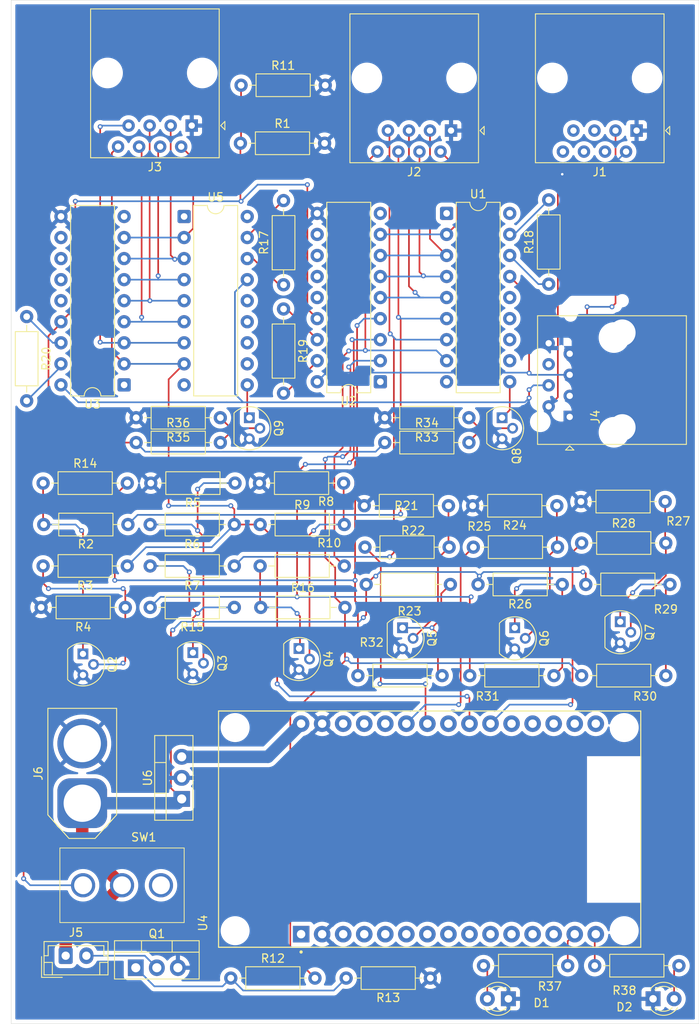
<source format=kicad_pcb>
(kicad_pcb (version 20241229) (generator "pcbnew") (generator_version "9.0")
  (layers (0 "F.Cu" signal) (2 "B.Cu" signal) (13 "F.Paste" user) (15 "B.Paste" user) (5 "F.SilkS" user "F.Silkscreen") (7 "B.SilkS" user "B.Silkscreen") (1 "F.Mask" user) (3 "B.Mask" user) (25 "Edge.Cuts" user))
  (net 0 "")
  (net 1 "GND")
  (net 3 "RX")
  (net 11 "TX")
  (net 12 "MPV_2")
  (net 14 "Net-(U1-A1)")
  (net 17 "IGN")
  (net 21 "Net-(U3-A3)")
  (net 23 "Net-(U3-A2)")
  (net 24 "Net-(U3-A4)")
  (net 25 "Net-(U1-A0)")
  (net 26 "MPV_1")
  (net 27 "Net-(U3-A6)")
  (net 28 "Net-(U1-A3)")
  (net 29 "Net-(U3-A1)")
  (net 30 "Net-(U1-A2)")
  (net 32 "Net-(U3-A5)")
  (net 34 "DOUT_2")
  (net 35 "DOUT")
  (net 36 "AUTO")
  (net 40 "+12V")
  (net 41 "Net-(J5-NEG)")
  (net 42 "Net-(Q1-G)")
  (net 43 "Net-(Q2-C)")
  (net 44 "Net-(Q2-B)")
  (net 45 "Net-(Q3-C)")
  (net 46 "Net-(Q3-B)")
  (net 47 "Net-(Q4-C)")
  (net 48 "Net-(Q4-B)")
  (net 49 "Net-(Q5-B)")
  (net 50 "MPV_1O")
  (net 51 "MPV_2O")
  (net 52 "Net-(Q6-B)")
  (net 53 "Net-(Q7-B)")
  (net 54 "IGN_O")
  (net 55 "DEC")
  (net 56 "Net-(U5-OSC2)")
  (net 57 "Net-(U5-OSC1)")
  (net 58 "Net-(U1-OSC1)")
  (net 59 "Net-(U1-OSC2)")
  (net 60 "Net-(U2-OSC1)")
  (net 61 "Net-(U2-OSC2)")
  (net 62 "Net-(U3-OSC1)")
  (net 63 "Net-(U3-OSC2)")
  (net 64 "N_O1")
  (net 65 "N_O2")
  (net 66 "N_O3")
  (net 91 "+5V")
  (net 103 "Net-(Q5-C)")
  (net 104 "Net-(Q6-C)")
  (net 105 "Net-(Q7-C)")
  (net 106 "Net-(Q8-C)")
  (net 107 "Net-(Q8-B)")
  (net 108 "Net-(Q9-B)")
  (net 109 "Net-(Q9-C)")
  (net 110 "Net-(D1-A)")
  (net 111 "Net-(U4-D22)")
  (net 112 "Net-(D2-A)")
  (net 113 "Net-(U4-D23)")
  (footprint "Package_TO_SOT_THT:TO-92" (layer "F.Cu") (at 76.23 143.23 -90)
    (property "Reference" "Q4")
    (property "Value" "NPN")
  )
  (footprint "Resistor_THT:R_Axial_DIN0207_L6.3mm_D2.5mm_P10.16mm_Horizontal" (layer "F.Cu") (at 43.3675 103.18 -90)
    (property "Reference" "R20")
    (property "Value" "R_US")
  )
  (footprint "Resistor_THT:R_Axial_DIN0207_L6.3mm_D2.5mm_P10.16mm_Horizontal" (layer "F.Cu") (at 106.3675 99.26 90)
    (property "Reference" "R18")
    (property "Value" "R_US")
  )
  (footprint "Package_DIP:CERDIP-18_W7.62mm_SideBrazed" (layer "F.Cu") (at 86.045 111.04 180)
    (property "Reference" "U2")
    (property "Value" "HT12E")
  )
  (footprint "Resistor_THT:R_Axial_DIN0207_L6.3mm_D2.5mm_P10.16mm_Horizontal" (layer "F.Cu") (at 107.35 126 180)
    (property "Reference" "R24")
    (property "Value" "10k")
  )
  (footprint "Resistor_THT:R_Axial_DIN0207_L6.3mm_D2.5mm_P10.16mm_Horizontal" (layer "F.Cu") (at 83.34 146.5)
    (property "Reference" "R32")
    (property "Value" "50")
  )
  (footprint "Resistor_THT:R_Axial_DIN0207_L6.3mm_D2.5mm_P10.16mm_Horizontal" (layer "F.Cu") (at 108 135.5 180)
    (property "Reference" "R26")
    (property "Value" "50")
  )
  (footprint "Connector_RJ:RJ45_Amphenol_54602-x08_Horizontal" (layer "F.Cu") (at 94.58 80.73 180)
    (property "Reference" "J2")
    (property "Value" "RJ45")
  )
  (footprint "Resistor_THT:R_Axial_DIN0207_L6.3mm_D2.5mm_P10.16mm_Horizontal" (layer "F.Cu") (at 94.27 126 180)
    (property "Reference" "R21")
    (property "Value" "10k")
  )
  (footprint "Resistor_THT:R_Axial_DIN0207_L6.3mm_D2.5mm_P10.16mm_Horizontal" (layer "F.Cu") (at 68.43 133.27 180)
    (property "Reference" "R7")
    (property "Value" "50")
  )
  (footprint "Resistor_THT:R_Axial_DIN0207_L6.3mm_D2.5mm_P10.16mm_Horizontal" (layer "F.Cu") (at 84.19 131)
    (property "Reference" "R22")
    (property "Value" "330")
  )
  (footprint "Resistor_THT:R_Axial_DIN0207_L6.3mm_D2.5mm_P10.16mm_Horizontal" (layer "F.Cu") (at 45.35 123.27)
    (property "Reference" "R14")
    (property "Value" "50")
  )
  (footprint "Connector_RJ:RJ45_Amphenol_54602-x08_Horizontal" (layer "F.Cu") (at 116.97 80.73 180)
    (property "Reference" "J1")
    (property "Value" "RJ45")
  )
  (footprint "Resistor_THT:R_Axial_DIN0207_L6.3mm_D2.5mm_P10.16mm_Horizontal" (layer "F.Cu") (at 122.08 181.5 180)
    (property "Reference" "R38")
    (property "Value" "330")
  )
  (footprint "Connector_AMASS:AMASS_XT60-M_1x02_P7.20mm_Vertical" (layer "F.Cu") (at 50.075 161.9 90)
    (property "Reference" "J6")
    (property "Value" "XT60-M")
  )
  (footprint "Package_TO_SOT_THT:TO-92" (layer "F.Cu") (at 70.24 115.38 -90)
    (property "Reference" "Q9")
    (property "Value" "NPN")
  )
  (footprint "Resistor_THT:R_Axial_DIN0207_L6.3mm_D2.5mm_P10.16mm_Horizontal" (layer "F.Cu") (at 55.27 138.27 180)
    (property "Reference" "R4")
    (property "Value" "10k")
  )
  (footprint "Resistor_THT:R_Axial_DIN0207_L6.3mm_D2.5mm_P10.16mm_Horizontal" (layer "F.Cu") (at 74.3675 99.34 90)
    (property "Reference" "R17")
    (property "Value" "R_US")
  )
  (footprint "Resistor_THT:R_Axial_DIN0207_L6.3mm_D2.5mm_P10.16mm_Horizontal" (layer "F.Cu") (at 71.54 128.27)
    (property "Reference" "R9")
    (property "Value" "330")
  )
  (footprint "Resistor_THT:R_Axial_DIN0207_L6.3mm_D2.5mm_P10.16mm_Horizontal" (layer "F.Cu") (at 69.16 82.26)
    (property "Reference" "R1")
    (property "Value" "10k")
  )
  (footprint "Resistor_THT:R_Axial_DIN0207_L6.3mm_D2.5mm_P10.16mm_Horizontal" (layer "F.Cu") (at 110.34 130.5)
    (property "Reference" "R28")
    (property "Value" "330")
  )
  (footprint "Launchbox:SPDT_Slide_Switch" (layer "F.Cu") (at 54.876 171.8)
    (property "Reference" "SW1")
    (property "Value" "SW_SPDT")
  )
  (footprint "Resistor_THT:R_Axial_DIN0207_L6.3mm_D2.5mm_P10.16mm_Horizontal" (layer "F.Cu") (at 74.3675 102.26 -90)
    (property "Reference" "R19")
    (property "Value" "R_US")
  )
  (footprint "Resistor_THT:R_Axial_DIN0207_L6.3mm_D2.5mm_P10.16mm_Horizontal" (layer "F.Cu") (at 71.62 138.27)
    (property "Reference" "R16")
    (property "Value" "50")
  )
  (footprint "Resistor_THT:R_Axial_DIN0207_L6.3mm_D2.5mm_P10.16mm_Horizontal" (layer "F.Cu") (at 68.43 128.27 180)
    (property "Reference" "R6")
    (property "Value" "330")
  )
  (footprint "Resistor_THT:R_Axial_DIN0207_L6.3mm_D2.5mm_P10.16mm_Horizontal" (layer "F.Cu") (at 68.43 138.27 180)
    (property "Reference" "R15")
    (property "Value" "50")
  )
  (footprint "Package_TO_SOT_THT:TO-220-3_Vertical" (layer "F.Cu") (at 62.075 161.38 90)
    (property "Reference" "U6")
    (property "Value" "L7805")
  )
  (footprint "Package_TO_SOT_THT:TO-92" (layer "F.Cu") (at 115 140 -90)
    (property "Reference" "Q7")
    (property "Value" "NPN")
  )
  (footprint "Resistor_THT:R_Axial_DIN0207_L6.3mm_D2.5mm_P10.16mm_Horizontal" (layer "F.Cu") (at 66.74 115.38 180)
    (property "Reference" "R35")
    (property "Value" "10k")
  )
  (footprint "Resistor_THT:R_Axial_DIN0207_L6.3mm_D2.5mm_P10.16mm_Horizontal" (layer "F.Cu") (at 120.42 125.5 180)
    (property "Reference" "R27")
    (property "Value" "10k")
  )
  (footprint "Package_TO_SOT_THT:TO-220-3_Vertical" (layer "F.Cu") (at 56.535 181.75)
    (property "Reference" "Q1")
    (property "Value" "IRF540N")
  )
  (footprint "Resistor_THT:R_Axial_DIN0207_L6.3mm_D2.5mm_P10.16mm_Horizontal" (layer "F.Cu") (at 55.51 133.27 180)
    (property "Reference" "R3")
    (property "Value" "330")
  )
  (footprint "Resistor_THT:R_Axial_DIN0207_L6.3mm_D2.5mm_P10.16mm_Horizontal" (layer "F.Cu") (at 69.24 75.26)
    (property "Reference" "R11")
    (property "Value" "10k")
  )
  (footprint "Resistor_THT:R_Axial_DIN0207_L6.3mm_D2.5mm_P10.16mm_Horizontal" (layer "F.Cu") (at 97.27 131)
    (property "Reference" "R25")
    (property "Value" "330")
  )
  (footprint "Package_DIP:CERDIP-18_W7.62mm_SideBrazed" (layer "F.Cu") (at 55.1275 111.42 180)
    (property "Reference" "U3")
    (property "Value" "HT12E")
  )
  (footprint "Connector_RJ:RJ45_Amphenol_54602-x08_Horizontal" (layer "F.Cu") (at 108.9 115.2825 90)
    (property "Reference" "J4")
    (property "Value" "RJ45")
  )
  (footprint "Resistor_THT:R_Axial_DIN0207_L6.3mm_D2.5mm_P10.16mm_Horizontal" (layer "F.Cu") (at 56.58 118.38)
    (property "Reference" "R36")
    (property "Value" "330")
  )
  (footprint "Resistor_THT:R_Axial_DIN0207_L6.3mm_D2.5mm_P10.16mm_Horizontal" (layer "F.Cu") (at 98.5 181.5)
    (property "Reference" "R37")
    (property "Value" "330")
  )
  (footprint "Launchbox:MODULE_ESP32_DEVKIT_V1" (layer "F.Cu") (at 92 165 90)
    (property "Reference" "U4")
    (property "Value" "ESP32-DEVKIT-V1")
  )
  (footprint "Resistor_THT:R_Axial_DIN0207_L6.3mm_D2.5mm_P10.16mm_Horizontal" (layer "F.Cu") (at 68 183)
    (property "Reference" "R12")
    (property "Value" "330")
  )
  (footprint "Package_TO_SOT_THT:TO-92" (layer "F.Cu") (at 102.27 140.73 -90)
    (property "Reference" "Q6")
    (property "Value" "NPN")
  )
  (footprint "Resistor_THT:R_Axial_DIN0207_L6.3mm_D2.5mm_P10.16mm_Horizontal" (layer "F.Cu") (at 121 135.5 180)
    (property "Reference" "R29")
    (property "Value" "50")
  )
  (footprint "Resistor_THT:R_Axial_DIN0207_L6.3mm_D2.5mm_P10.16mm_Horizontal" (layer "F.Cu") (at 96.84 146.5)
    (property "Reference" "R31")
    (property "Value" "50")
  )
  (footprint "Resistor_THT:R_Axial_DIN0207_L6.3mm_D2.5mm_P10.16mm_Horizontal" (layer "F.Cu") (at 81.7 133.27 180)
    (property "Reference" "R10")
    (property "Value" "50")
  )
  (footprint "LED_THT:LED_D3.0mm" (layer "F.Cu") (at 101.5 185.5 180)
    (property "Reference" "D1")
    (property "Value" "LED")
  )
  (footprint "Resistor_THT:R_Axial_DIN0207_L6.3mm_D2.5mm_P10.16mm_Horizontal" (layer "F.Cu") (at 55.59 128.27 180)
    (property "Reference" "R2")
    (property "Value" "50")
  )
  (footprint "Resistor_THT:R_Axial_DIN0207_L6.3mm_D2.5mm_P10.16mm_Horizontal" (layer "F.Cu") (at 92.08 183 180)
    (property "Reference" "R13")
    (property "Value" "10k")
  )
  (footprint "Resistor_THT:R_Axial_DIN0207_L6.3mm_D2.5mm_P10.16mm_Horizontal" (layer "F.Cu") (at 96.74 115.38 180)
    (property "Reference" "R33")
    (property "Value" "10k")
  )
  (footprint "Package_DIP:CERDIP-18_W7.62mm_SideBrazed" (layer "F.Cu") (at 62.3675 91.1)
    (property "Reference" "U5")
    (property "Value" "HT12D")
  )
  (footprint "Connector_RJ:RJ45_Amphenol_54602-x08_Horizontal" (layer "F.Cu") (at 63.2875 80.13 180)
    (property "Reference" "J3")
    (property "Value" "RJ45")
  )
  (footprint "Resistor_THT:R_Axial_DIN0207_L6.3mm_D2.5mm_P10.16mm_Horizontal" (layer "F.Cu") (at 81.62 123.27 180)
    (property "Reference" "R8")
    (property "Value" "10k")
  )
  (footprint "Resistor_THT:R_Axial_DIN0207_L6.3mm_D2.5mm_P10.16mm_Horizontal" (layer "F.Cu") (at 86.58 118.38)
    (property "Reference" "R34")
    (property "Value" "330")
  )
  (footprint "Package_TO_SOT_THT:TO-92" (layer "F.Cu") (at 100.74 115.38 -90)
    (property "Reference" "Q8")
    (property "Value" "NPN")
  )
  (footprint "Resistor_THT:R_Axial_DIN0207_L6.3mm_D2.5mm_P10.16mm_Horizontal" (layer "F.Cu") (at 110.34 146.5)
    (property "Reference" "R30")
    (property "Value" "50")
  )
  (footprint "Package_TO_SOT_THT:TO-92" (layer "F.Cu") (at 50.16 143.88 -90)
    (property "Reference" "Q2")
    (property "Value" "NPN")
  )
  (footprint "Resistor_THT:R_Axial_DIN0207_L6.3mm_D2.5mm_P10.16mm_Horizontal" (layer "F.Cu") (at 94.5 135.5 180)
    (property "Reference" "R23")
    (property "Value" "R_US")
  )
  (footprint "Package_DIP:CERDIP-18_W7.62mm_SideBrazed" (layer "F.Cu") (at 94.045 90.72)
    (property "Reference" "U1")
    (property "Value" "HT12D")
  )
  (footprint "Connector_JST:JST_EH_B2B-EH-A_1x02_P2.50mm_Vertical" (layer "F.Cu") (at 48.075 180.3)
    (property "Reference" "J5")
    (property "Value" "XT60-M")
  )
  (footprint "Package_TO_SOT_THT:TO-92" (layer "F.Cu") (at 88.73 140.73 -90)
    (property "Reference" "Q5")
    (property "Value" "NPN" (hide yes))
  )
  (footprint "LED_THT:LED_D3.0mm" (layer "F.Cu") (at 118.96 185.5)
    (property "Reference" "D2")
    (property "Value" "LED")
  )
  (footprint "Resistor_THT:R_Axial_DIN0207_L6.3mm_D2.5mm_P10.16mm_Horizontal" (layer "F.Cu") (at 68.51 123.27 180)
    (property "Reference" "R5")
    (property "Value" "10k")
  )
  (footprint "Package_TO_SOT_THT:TO-92" (layer "F.Cu") (at 63.43 143.73 -90)
    (property "Reference" "Q3")
    (property "Value" "NPN")
  )
  (gr_rect (start 41.5 65) (end 124.5 188.5) (stroke (width 0.05)) (fill no) (layer "Edge.Cuts"))
  (segment (start 106.36 114.0125) (end 107.4685 112.904) (width 0.2) (layer "F.Cu") (net 3))
  (segment (start 107.4685 86.5315) (end 108 86) (width 0.2) (layer "F.Cu") (net 3))
  (segment (start 107.4685 112.904) (end 107.4685 86.5315) (width 0.2) (layer "F.Cu") (net 3))
  (via (at 108 86) (size 0.6) (drill 0.3) (layers "F.Cu" "B.Cu") (net 3))
  (segment (start 108 86) (end 112.97 86) (width 0.2) (layer "B.Cu") (net 3))
  (segment (start 112.97 86) (end 115.7 83.27) (width 0.2) (layer "B.Cu") (net 3))
  (segment (start 114.43 80.73) (end 114.43 101.57) (width 0.2) (layer "F.Cu") (net 11))
  (segment (start 114.43 101.57) (end 114 102) (width 0.2) (layer "F.Cu") (net 11))
  (segment (start 111 102) (end 111 110.6425) (width 0.2) (layer "F.Cu") (net 11))
  (segment (start 111 110.6425) (end 108.9 112.7425) (width 0.2) (layer "F.Cu") (net 11))
  (via (at 114 102) (size 0.6) (drill 0.3) (layers "F.Cu" "B.Cu") (net 11))
  (via (at 111 102) (size 0.6) (drill 0.3) (layers "F.Cu" "B.Cu") (net 11))
  (segment (start 114 102) (end 111 102) (width 0.2) (layer "B.Cu") (net 11))
  (segment (start 87.681 105.701) (end 87.24 105.26) (width 0.2) (layer "F.Cu") (net 12))
  (segment (start 87.681 131.657) (end 87.681 105.701) (width 0.2) (layer "F.Cu") (net 12))
  (segment (start 87.146 80.916) (end 87.146 105.166) (width 0.2) (layer "F.Cu") (net 12))
  (segment (start 87.169 132.169) (end 87.681 131.657) (width 0.2) (layer "F.Cu") (net 12))
  (segment (start 86.96 80.73) (end 87.146 80.916) (width 0.2) (layer "F.Cu") (net 12))
  (segment (start 87.146 105.166) (end 87.24 105.26) (width 0.2) (layer "F.Cu") (net 12))
  (via (at 87.24 105.26) (size 0.6) (drill 0.3) (layers "F.Cu" "B.Cu") (net 12))
  (via (at 87.169 132.169) (size 0.6) (drill 0.3) (layers "F.Cu" "B.Cu") (net 12))
  (segment (start 69.531 132.169) (end 68.43 133.27) (width 0.2) (layer "B.Cu") (net 12))
  (segment (start 87.24 105.26) (end 87.94 105.96) (width 0.2) (layer "B.Cu") (net 12))
  (segment (start 87.94 105.96) (end 94.045 105.96) (width 0.2) (layer "B.Cu") (net 12))
  (segment (start 87.169 132.169) (end 69.531 132.169) (width 0.2) (layer "B.Cu") (net 12))
  (segment (start 92.04 93.795) (end 94.045 95.8) (width 0.2) (layer "F.Cu") (net 14))
  (segment (start 92.04 80.73) (end 92.04 93.795) (width 0.2) (layer "F.Cu") (net 14))
  (segment (start 86.045 95.8) (end 94.045 95.8) (width 0.2) (layer "B.Cu") (net 14))
  (segment (start 81.5 108.056205) (end 81.5 109.370943) (width 0.2) (layer "F.Cu") (net 17))
  (segment (start 84.24 84.72) (end 84.24 107.26) (width 0.2) (layer "F.Cu") (net 17))
  (segment (start 80.5 132.07) (end 81.7 133.27) (width 0.2) (layer "F.Cu") (net 17))
  (segment (start 80.5 120) (end 80.5 132.07) (width 0.2) (layer "F.Cu") (net 17))
  (segment (start 85.69 83.27) (end 84.24 84.72) (width 0.2) (layer "F.Cu") (net 17))
  (segment (start 82.239 107.317205) (end 81.5 108.056205) (width 0.2) (layer "F.Cu") (net 17))
  (segment (start 81.5 119) (end 80.5 120) (width 0.2) (layer "F.Cu") (net 17))
  (segment (start 81.5 109.370943) (end 81.5 119) (width 0.2) (layer "F.Cu") (net 17))
  (via (at 84.24 107.26) (size 0.6) (drill 0.3) (layers "F.Cu" "B.Cu") (net 17))
  (via (at 82.239 107.317205) (size 0.6) (drill 0.3) (layers "F.Cu" "B.Cu") (net 17))
  (segment (start 82.239 107.317205) (end 82.296205 107.26) (width 0.2) (layer "B.Cu") (net 17))
  (segment (start 84.24 107.26) (end 92.805 107.26) (width 0.2) (layer "B.Cu") (net 17))
  (segment (start 92.805 107.26) (end 94.045 108.5) (width 0.2) (layer "B.Cu") (net 17))
  (segment (start 82.296205 107.26) (end 84.24 107.26) (width 0.2) (layer "B.Cu") (net 17))
  (segment (start 58.2075 80.13) (end 58.2075 101.2275) (width 0.2) (layer "F.Cu") (net 21))
  (segment (start 58.2075 101.2275) (end 58.24 101.26) (width 0.2) (layer "F.Cu") (net 21))
  (via (at 58.24 101.26) (size 0.6) (drill 0.3) (layers "F.Cu" "B.Cu") (net 21))
  (segment (start 55.1275 101.26) (end 62.3675 101.26) (width 0.2) (layer "B.Cu") (net 21))
  (segment (start 57.24 82.9725) (end 57.24 103.26) (width 0.2) (layer "F.Cu") (net 23))
  (segment (start 56.9375 82.67) (end 57.24 82.9725) (width 0.2) (layer "F.Cu") (net 23))
  (via (at 57.24 103.26) (size 0.6) (drill 0.3) (layers "F.Cu" "B.Cu") (net 23))
  (segment (start 57.24 103.26) (end 57.24 103.8) (width 0.2) (layer "B.Cu") (net 23))
  (segment (start 55.1275 103.8) (end 57.24 103.8) (width 0.2) (layer "B.Cu") (net 23))
  (segment (start 57.24 103.8) (end 62.3675 103.8) (width 0.2) (layer "B.Cu") (net 23))
  (segment (start 59.4775 82.67) (end 59.24 82.9075) (width 0.2) (layer "F.Cu") (net 24))
  (segment (start 59.24 82.9075) (end 59.24 98.26) (width 0.2) (layer "F.Cu") (net 24))
  (via (at 59.24 98.26) (size 0.6) (drill 0.3) (layers "F.Cu" "B.Cu") (net 24))
  (segment (start 59.24 98.26) (end 59.24 98.72) (width 0.2) (layer "B.Cu") (net 24))
  (segment (start 55.1275 98.72) (end 59.24 98.72) (width 0.2) (layer "B.Cu") (net 24))
  (segment (start 59.24 98.72) (end 62.3675 98.72) (width 0.2) (layer "B.Cu") (net 24))
  (segment (start 95.24 92.065) (end 94.045 93.26) (width 0.2) (layer "F.Cu") (net 25))
  (segment (start 95.24 85.2) (end 95.24 92.065) (width 0.2) (layer "F.Cu") (net 25))
  (segment (start 93.31 83.27) (end 95.24 85.2) (width 0.2) (layer "F.Cu") (net 25))
  (segment (start 86.045 93.26) (end 94.045 93.26) (width 0.2) (layer "B.Cu") (net 25))
  (segment (start 88.5 127) (end 88.5 103.52) (width 0.2) (layer "F.Cu") (net 26))
  (segment (start 88.5 103.52) (end 88.24 103.26) (width 0.2) (layer "F.Cu") (net 26))
  (segment (start 88.23 83.27) (end 88.23 103.25) (width 0.2) (layer "F.Cu") (net 26))
  (segment (start 88.23 103.25) (end 88.24 103.26) (width 0.2) (layer "F.Cu") (net 26))
  (via (at 88.24 103.26) (size 0.6) (drill 0.3) (layers "F.Cu" "B.Cu") (net 26))
  (via (at 88.5 127) (size 0.6) (drill 0.3) (layers "F.Cu" "B.Cu") (net 26))
  (segment (start 88.24 103.26) (end 88.4 103.42) (width 0.2) (layer "B.Cu") (net 26))
  (segment (start 55.59 128.27) (end 56.759 127.101) (width 0.2) (layer "B.Cu") (net 26))
  (segment (start 88.4 103.42) (end 94.045 103.42) (width 0.2) (layer "B.Cu") (net 26))
  (segment (start 56.759 127.101) (end 88.399 127.101) (width 0.2) (layer "B.Cu") (net 26))
  (segment (start 88.399 127.101) (end 88.5 127) (width 0.2) (layer "B.Cu") (net 26))
  (segment (start 63.4685 84.121) (end 63.4685 92.539) (width 0.2) (layer "F.Cu") (net 27))
  (segment (start 63.4685 92.539) (end 62.3675 93.64) (width 0.2) (layer "F.Cu") (net 27))
  (segment (start 62.0175 82.67) (end 63.4685 84.121) (width 0.2) (layer "F.Cu") (net 27))
  (segment (start 55.1275 93.64) (end 62.3675 93.64) (width 0.2) (layer "B.Cu") (net 27))
  (segment (start 89.5 80.73) (end 89.5 99.52) (width 0.2) (layer "F.Cu") (net 28))
  (segment (start 89.5 99.52) (end 90.24 100.26) (width 0.2) (layer "F.Cu") (net 28))
  (via (at 90.24 100.26) (size 0.6) (drill 0.3) (layers "F.Cu" "B.Cu") (net 28))
  (segment (start 86.045 100.88) (end 91.24 100.88) (width 0.2) (layer "B.Cu") (net 28))
  (segment (start 91.24 100.88) (end 94.045 100.88) (width 0.2) (layer "B.Cu") (net 28))
  (segment (start 90.86 100.88) (end 91.24 100.88) (width 0.2) (layer "B.Cu") (net 28))
  (segment (start 90.24 100.26) (end 90.86 100.88) (width 0.2) (layer "B.Cu") (net 28))
  (segment (start 52.24 80.26) (end 52.24 106.26) (width 0.2) (layer "F.Cu") (net 29))
  (via (at 52.24 80.26) (size 0.6) (drill 0.3) (layers "F.Cu" "B.Cu") (net 29))
  (via (at 52.24 106.26) (size 0.6) (drill 0.3) (layers "F.Cu" "B.Cu") (net 29))
  (segment (start 52.24 106.26) (end 52.32 106.34) (width 0.2) (layer "B.Cu") (net 29))
  (segment (start 55.1275 106.34) (end 62.3675 106.34) (width 0.2) (layer "B.Cu") (net 29))
  (segment (start 52.37 80.13) (end 52.24 80.26) (width 0.2) (layer "B.Cu") (net 29))
  (segment (start 52.32 106.34) (end 55.1275 106.34) (width 0.2) (layer "B.Cu") (net 29))
  (segment (start 55.6675 80.13) (end 52.37 80.13) (width 0.2) (layer "B.Cu") (net 29))
  (segment (start 90.77 97.79) (end 91.24 98.26) (width 0.2) (layer "F.Cu") (net 30))
  (segment (start 90.77 83.27) (end 90.77 97.79) (width 0.2) (layer "F.Cu") (net 30))
  (via (at 91.24 98.26) (size 0.6) (drill 0.3) (layers "F.Cu" "B.Cu") (net 30))
  (segment (start 86.045 98.34) (end 94.045 98.34) (width 0.2) (layer "B.Cu") (net 30))
  (segment (start 60.7475 95.7675) (end 61.24 96.26) (width 0.2) (layer "F.Cu") (net 32))
  (segment (start 60.7475 80.13) (end 60.7475 95.7675) (width 0.2) (layer "F.Cu") (net 32))
  (via (at 61.24 96.26) (size 0.6) (drill 0.3) (layers "F.Cu" "B.Cu") (net 32))
  (segment (start 55.1275 96.18) (end 62.3675 96.18) (width 0.2) (layer "B.Cu") (net 32))
  (segment (start 104 110) (end 104 100.675) (width 0.2) (layer "F.Cu") (net 34))
  (segment (start 104 100.675) (end 101.665 98.34) (width 0.2) (layer "F.Cu") (net 34))
  (via (at 104 110) (size 0.6) (drill 0.3) (layers "F.Cu" "B.Cu") (net 34))
  (segment (start 103.939 109.939) (end 79.526 109.939) (width 0.2) (layer "B.Cu") (net 34))
  (segment (start 104 110) (end 103.939 109.939) (width 0.2) (layer "B.Cu") (net 34))
  (segment (start 79.526 109.939) (end 78.425 111.04) (width 0.2) (layer "B.Cu") (net 34))
  (segment (start 108.9 110.2025) (end 104.2025 110.2025) (width 0.2) (layer "B.Cu") (net 34))
  (segment (start 104.2025 110.2025) (end 104 110) (width 0.2) (layer "B.Cu") (net 34))
  (segment (start 104 113) (end 104 112) (width 0.2) (layer "F.Cu") (net 35))
  (via (at 104 113) (size 0.6) (drill 0.3) (layers "F.Cu" "B.Cu") (net 35))
  (via (at 104 112) (size 0.6) (drill 0.3) (layers "F.Cu" "B.Cu") (net 35))
  (segment (start 70.4375 99.17) (end 69.9875 98.72) (width 0.2) (layer "B.Cu") (net 35))
  (segment (start 69.5 113.521) (end 102.6165 113.521) (width 0.2) (layer "B.Cu") (net 35))
  (segment (start 49.6085 113.521) (end 67.5 113.521) (width 0.2) (layer "B.Cu") (net 35))
  (segment (start 47.5075 111.42) (end 49.6085 113.521) (width 0.2) (layer "B.Cu") (net 35))
  (segment (start 68.5 100.2075) (end 68.5 112.521) (width 0.2) (layer "B.Cu") (net 35))
  (segment (start 104.5275 111.4725) (end 106.36 111.4725) (width 0.2) (layer "B.Cu") (net 35))
  (segment (start 102.6165 113.521) (end 103.479 113.521) (width 0.2) (layer "B.Cu") (net 35))
  (segment (start 68.5 112.521) (end 69.5 113.521) (width 0.2) (layer "B.Cu") (net 35))
  (segment (start 67.5 113.521) (end 69.5 113.521) (width 0.2) (layer "B.Cu") (net 35))
  (segment (start 103.479 113.521) (end 104 113) (width 0.2) (layer "B.Cu") (net 35))
  (segment (start 69.9875 98.72) (end 68.5 100.2075) (width 0.2) (layer "B.Cu") (net 35))
  (segment (start 104 112) (end 104.5275 111.4725) (width 0.2) (layer "B.Cu") (net 35))
  (segment (start 71.54 128.27) (end 68.43 128.27) (width 0.2) (layer "F.Cu") (net 36))
  (segment (start 96.5 149) (end 96.61 149) (width 0.2) (layer "F.Cu") (net 36))
  (segment (start 68.43 126.43) (end 68.43 128.27) (width 0.2) (layer "F.Cu") (net 36))
  (segment (start 53.6475 83.42) (end 53.6475 107.4) (width 0.2) (layer "F.Cu") (net 36))
  (segment (start 71.12 128.69) (end 71.54 128.27) (width 0.2) (layer "F.Cu") (net 36))
  (segment (start 60.5 110.7475) (end 60.5 126) (width 0.2) (layer "F.Cu") (net 36))
  (segment (start 96.61 149) (end 96.805 149.195) (width 0.2) (layer "F.Cu") (net 36))
  (segment (start 68 126) (end 68.43 126.43) (width 0.2) (layer "F.Cu") (net 36))
  (segment (start 68.43 128.35) (end 68.51 128.27) (width 0.2) (layer "F.Cu") (net 36))
  (segment (start 62.3675 108.88) (end 60.5 110.7475) (width 0.2) (layer "F.Cu") (net 36))
  (segment (start 96.805 149.195) (end 96.805 152.3) (width 0.2) (layer "F.Cu") (net 36))
  (segment (start 73.6 130.33) (end 73.6 147.5) (width 0.2) (layer "F.Cu") (net 36))
  (segment (start 53.6475 107.4) (end 55.1275 108.88) (width 0.2) (layer "F.Cu") (net 36))
  (segment (start 54.3975 82.67) (end 53.6475 83.42) (width 0.2) (layer "F.Cu") (net 36))
  (segment (start 71.54 128.27) (end 73.6 130.33) (width 0.2) (layer "F.Cu") (net 36))
  (via (at 68 126) (size 0.6) (drill 0.3) (layers "F.Cu" "B.Cu") (net 36))
  (via (at 96.5 149) (size 0.6) (drill 0.3) (layers "F.Cu" "B.Cu") (net 36))
  (via (at 73.6 147.5) (size 0.6) (drill 0.3) (layers "F.Cu" "B.Cu") (net 36))
  (via (at 60.5 126) (size 0.6) (drill 0.3) (layers "F.Cu" "B.Cu") (net 36))
  (segment (start 60.5 126) (end 68 126) (width 0.2) (layer "B.Cu") (net 36))
  (segment (start 57.78 131) (end 65.7 131) (width 0.2) (layer "B.Cu") (net 36))
  (segment (start 65.7 131) (end 68.43 128.27) (width 0.2) (layer "B.Cu") (net 36))
  (segment (start 75.1 149) (end 73.6 147.5) (width 0.2) (layer "B.Cu") (net 36))
  (segment (start 96.5 149) (end 75.1 149) (width 0.2) (layer "B.Cu") (net 36))
  (segment (start 55.51 133.27) (end 57.78 131) (width 0.2) (layer "B.Cu") (net 36))
  (segment (start 55.1275 108.88) (end 62.3675 108.88) (width 0.2) (layer "B.Cu") (net 36))
  (segment (start 50.075 161.9) (end 50.075 166.999) (width 1.5) (layer "F.Cu") (net 40))
  (segment (start 61 141) (end 60.774 141.226) (width 0.2) (layer "F.Cu") (net 40))
  (segment (start 50.075 166.999) (end 54.876 171.8) (width 1.5) (layer "F.Cu") (net 40))
  (segment (start 98 134.5) (end 98 135.34) (width 0.2) (layer "F.Cu") (net 40))
  (segment (start 85.441 134.441) (end 85.5 134.5) (width 0.2) (layer "F.Cu") (net 40))
  (segment (start 84.34 139.16) (end 84.34 135.5) (width 0.2) (layer "F.Cu") (net 40))
  (segment (start 110.84 134.16) (end 110.84 135.5) (width 0.2) (layer "F.Cu") (net 40))
  (segment (start 54.876 171.8) (end 48.075 178.601) (width 1.5) (layer "F.Cu") (net 40))
  (segment (start 60.774 141.226) (end 60.774 160.079) (width 0.2) (layer "F.Cu") (net 40))
  (segment (start 98 135.34) (end 97.84 135.5) (width 0.2) (layer "F.Cu") (net 40))
  (segment (start 110.5 134) (end 110.68 134) (width 0.2) (layer "F.Cu") (net 40))
  (segment (start 60.774 160.079) (end 62.075 161.38) (width 0.2) (layer "F.Cu") (net 40))
  (segment (start 48.075 178.601) (end 48.075 180.3) (width 1.5) (layer "F.Cu") (net 40))
  (segment (start 110.68 134) (end 110.84 134.16) (width 0.2) (layer "F.Cu") (net 40))
  (segment (start 84 139.5) (end 84.34 139.16) (width 0.2) (layer "F.Cu") (net 40))
  (segment (start 84.34 135.5) (end 85.441 134.399) (width 0.2) (layer "F.Cu") (net 40))
  (segment (start 85.441 134.399) (end 85.441 134.441) (width 0.2) (layer "F.Cu") (net 40))
  (via (at 61 141) (size 0.6) (drill 0.3) (layers "F.Cu" "B.Cu") (net 40))
  (via (at 110.5 134) (size 0.6) (drill 0.3) (layers "F.Cu" "B.Cu") (net 40))
  (via (at 98 134.5) (size 0.6) (drill 0.3) (layers "F.Cu" "B.Cu") (net 40))
  (via (at 85.5 134.5) (size 0.6) (drill 0.3) (layers "F.Cu" "B.Cu") (net 40))
  (via (at 84 139.5) (size 0.6) (drill 0.3) (layers "F.Cu" "B.Cu") (net 40))
  (segment (start 86 134) (end 85.5 134.5) (width 0.2) (layer "B.Cu") (net 40))
  (segment (start 62 140) (end 61 141) (width 0.2) (layer "B.Cu") (net 40))
  (segment (start 60 161.9) (end 61.555 161.9) (width 1.5) (layer "B.Cu") (net 40))
  (segment (start 110.5 134) (end 98.5 134) (width 0.2) (layer "B.Cu") (net 40))
  (segment (start 83.5 140) (end 84 139.5) (width 0.2) (layer "B.Cu") (net 40))
  (segment (start 62.596 161.901) (end 62.075 161.38) (width 0.2) (layer "B.Cu") (net 40))
  (segment (start 98 134.5) (end 97.5 134) (width 0.2) (layer "B.Cu") (net 40))
  (segment (start 61.555 161.9) (end 62.075 161.38) (width 1.5) (layer "B.Cu") (net 40))
  (segment (start 97.5 134) (end 86 134) (width 0.2) (layer "B.Cu") (net 40))
  (segment (start 62 140) (end 83.5 140) (width 0.2) (layer "B.Cu") (net 40))
  (segment (start 50.075 161.9) (end 60 161.9) (width 1.5) (layer "B.Cu") (net 40))
  (segment (start 98.5 134) (end 98 134.5) (width 0.2) (layer "B.Cu") (net 40))
  (segment (start 57.625 180.3) (end 59.075 181.75) (width 0.2) (layer "B.Cu") (net 41))
  (segment (start 50.575 180.3) (end 57.625 180.3) (width 0.2) (layer "B.Cu") (net 41))
  (segment (start 67 184) (end 58.785 184) (width 0.2) (layer "B.Cu") (net 42))
  (segment (start 58.785 184) (end 56.535 181.75) (width 0.2) (layer "B.Cu") (net 42))
  (segment (start 68 183) (end 67 184) (width 0.2) (layer "B.Cu") (net 42))
  (segment (start 81.92 183) (end 80.42 184.5) (width 0.2) (layer "B.Cu") (net 42))
  (segment (start 69.5 184.5) (end 68 183) (width 0.2) (layer "B.Cu") (net 42))
  (segment (start 80.42 184.5) (end 69.5 184.5) (width 0.2) (layer "B.Cu") (net 42))
  (segment (start 45.35 123.27) (end 45.35 128.19) (width 0.2) (layer "F.Cu") (net 43))
  (segment (start 49.81 144.23) (end 50.16 143.88) (width 0.2) (layer "F.Cu") (net 43))
  (segment (start 50.16 129.16) (end 50 129) (width 0.2) (layer "F.Cu") (net 43))
  (segment (start 50.16 143.88) (end 50.16 129.16) (width 0.2) (layer "F.Cu") (net 43))
  (segment (start 45.35 128.19) (end 45.43 128.27) (width 0.2) (layer "F.Cu") (net 43))
  (via (at 50 129) (size 0.6) (drill 0.3) (layers "F.Cu" "B.Cu") (net 43))
  (segment (start 50 129) (end 49.27 128.27) (width 0.2) (layer "B.Cu") (net 43))
  (segment (start 49.27 128.27) (end 45.43 128.27) (width 0.2) (layer "B.Cu") (net 43))
  (segment (start 51.85 144.73) (end 51.43 145.15) (width 0.2) (layer "F.Cu") (net 44))
  (segment (start 45.35 135.35) (end 46 136) (width 0.2) (layer "F.Cu") (net 44))
  (segment (start 55.27 144.73) (end 55.27 138.27) (width 0.2) (layer "F.Cu") (net 44))
  (segment (start 55.27 138.27) (end 55.27 136.27) (width 0.2) (layer "F.Cu") (net 44))
  (segment (start 55 145) (end 55.27 144.73) (width 0.2) (layer "F.Cu") (net 44))
  (segment (start 45.35 133.27) (end 45.35 135.35) (width 0.2) (layer "F.Cu") (net 44))
  (segment (start 55.27 136.27) (end 55 136) (width 0.2) (layer "F.Cu") (net 44))
  (via (at 55 145) (size 0.6) (drill 0.3) (layers "F.Cu" "B.Cu") (net 44))
  (via (at 46 136) (size 0.6) (drill 0.3) (layers "F.Cu" "B.Cu") (net 44))
  (via (at 55 136) (size 0.6) (drill 0.3) (layers "F.Cu" "B.Cu") (net 44))
  (segment (start 51.43 145.15) (end 54.85 145.15) (width 0.2) (layer "B.Cu") (net 44))
  (segment (start 54.85 145.15) (end 55 145) (width 0.2) (layer "B.Cu") (net 44))
  (segment (start 46 136) (end 55 136) (width 0.2) (layer "B.Cu") (net 44))
  (segment (start 63 138) (end 64 139) (width 0.2) (layer "F.Cu") (net 45))
  (segment (start 63.43 143.73) (end 63.43 139.57) (width 0.2) (layer "F.Cu") (net 45))
  (segment (start 63.43 139.57) (end 64 139) (width 0.2) (layer "F.Cu") (net 45))
  (segment (start 63 134) (end 63 138) (width 0.2) (layer "F.Cu") (net 45))
  (via (at 63 134) (size 0.6) (drill 0.3) (layers "F.Cu" "B.Cu") (net 45))
  (via (at 64 139) (size 0.6) (drill 0.3) (layers "F.Cu" "B.Cu") (net 45))
  (segment (start 64 139) (end 64.73 138.27) (width 0.2) (layer "B.Cu") (net 45))
  (segment (start 58.27 133.27) (end 62.27 133.27) (width 0.2) (layer "B.Cu") (net 45))
  (segment (start 62.27 133.27) (end 63 134) (width 0.2) (layer "B.Cu") (net 45))
  (segment (start 64.73 138.27) (end 68.43 138.27) (width 0.2) (layer "B.Cu") (net 45))
  (segment (start 64.7 145) (end 64.7 129.7) (width 0.2) (layer "F.Cu") (net 46))
  (segment (start 64 129) (end 64 124) (width 0.2) (layer "F.Cu") (net 46))
  (segment (start 64.7 129.7) (end 64 129) (width 0.2) (layer "F.Cu") (net 46))
  (via (at 64 124) (size 0.6) (drill 0.3) (layers "F.Cu" "B.Cu") (net 46))
  (via (at 64 129) (size 0.6) (drill 0.3) (layers "F.Cu" "B.Cu") (net 46))
  (segment (start 64 129) (end 63.27 128.27) (width 0.2) (layer "B.Cu") (net 46))
  (segment (start 64.73 123.27) (end 68.51 123.27) (width 0.2) (layer "B.Cu") (net 46))
  (segment (start 63.27 128.27) (end 58.27 128.27) (width 0.2) (layer "B.Cu") (net 46))
  (segment (start 64 124) (end 64.73 123.27) (width 0.2) (layer "B.Cu") (net 46))
  (segment (start 71.54 133.27) (end 71.54 138.19) (width 0.2) (layer "F.Cu") (net 47))
  (segment (start 76.35 139.35) (end 76 139) (width 0.2) (layer "F.Cu") (net 47))
  (segment (start 71.54 138.19) (end 71.62 138.27) (width 0.2) (layer "F.Cu") (net 47))
  (segment (start 76.35 143.11) (end 76.35 139.35) (width 0.2) (layer "F.Cu") (net 47))
  (segment (start 76.23 143.23) (end 76.35 143.11) (width 0.2) (layer "F.Cu") (net 47))
  (via (at 76 139) (size 0.6) (drill 0.3) (layers "F.Cu" "B.Cu") (net 47))
  (segment (start 76 139) (end 75.27 138.27) (width 0.2) (layer "B.Cu") (net 47))
  (segment (start 75.27 138.27) (end 71.62 138.27) (width 0.2) (layer "B.Cu") (net 47))
  (segment (start 77.5 129.5) (end 78 129) (width 0.2) (layer "F.Cu") (net 48))
  (segment (start 81.62 123.27) (end 81.62 128.19) (width 0.2) (layer "F.Cu") (net 48))
  (segment (start 77.5 144.5) (end 77.5 129.5) (width 0.2) (layer "F.Cu") (net 48))
  (segment (start 81.62 128.19) (end 81.7 128.27) (width 0.2) (layer "F.Cu") (net 48))
  (via (at 78 129) (size 0.6) (drill 0.3) (layers "F.Cu" "B.Cu") (net 48))
  (segment (start 78 129) (end 78.73 128.27) (width 0.2) (layer "B.Cu") (net 48))
  (segment (start 78.73 128.27) (end 81.7 128.27) (width 0.2) (layer "B.Cu") (net 48))
  (segment (start 94.35 131) (end 93 132.35) (width 0.2) (layer "F.Cu") (net 49))
  (segment (start 93 132.35) (end 93 139) (width 0.2) (layer "F.Cu") (net 49))
  (segment (start 93 139) (end 90 142) (width 0.2) (layer "F.Cu") (net 49))
  (segment (start 94.27 130.92) (end 94.35 131) (width 0.2) (layer "F.Cu") (net 49))
  (segment (start 94.27 126) (end 94.27 130.92) (width 0.2) (layer "F.Cu") (net 49))
  (segment (start 83 135) (end 83 137.5) (width 0.2) (layer "F.Cu") (net 50))
  (segment (start 83 137.5) (end 83.34 137.84) (width 0.2) (layer "F.Cu") (net 50))
  (segment (start 83.009 120.6981) (end 83.009 126.67805) (width 0.2) (layer "F.Cu") (net 50))
  (segment (start 83.24 104.26) (end 83.241 104.261) (width 0.2) (layer "F.Cu") (net 50))
  (segment (start 83.34 137.84) (end 83.34 146.5) (width 0.2) (layer "F.Cu") (net 50))
  (segment (start 83.241 104.261) (end 83.241 106.208943) (width 0.2) (layer "F.Cu") (net 50))
  (segment (start 83.24 120.4671) (end 83.009 120.6981) (width 0.2) (layer "F.Cu") (net 50))
  (segment (start 83.241 106.208943) (end 83.24 106.209943) (width 0.2) (layer "F.Cu") (net 50))
  (segment (start 83.24 106.209943) (end 83.24 120.4671) (width 0.2) (layer "F.Cu") (net 50))
  (segment (start 83.009 126.67805) (end 83 126.68705) (width 0.2) (layer "F.Cu") (net 50))
  (segment (start 83 126.68705) (end 83 135) (width 0.2) (layer "F.Cu") (net 50))
  (segment (start 55.51 123.27) (end 54 124.78) (width 0.2) (layer "F.Cu") (net 50))
  (segment (start 54 124.78) (end 54 135) (width 0.2) (layer "F.Cu") (net 50))
  (via (at 54 135) (size 0.6) (drill 0.3) (layers "F.Cu" "B.Cu") (net 50))
  (via (at 83 135) (size 0.6) (drill 0.3) (layers "F.Cu" "B.Cu") (net 50))
  (via (at 83.24 104.26) (size 0.6) (drill 0.3) (layers "F.Cu" "B.Cu") (net 50))
  (segment (start 83.24 104.26) (end 84.08 103.42) (width 0.2) (layer "B.Cu") (net 50))
  (segment (start 84.08 103.42) (end 86.045 103.42) (width 0.2) (layer "B.Cu") (net 50))
  (segment (start 54 135) (end 83 135) (width 0.2) (layer "B.Cu") (net 50))
  (segment (start 76 122) (end 77 121) (width 0.2) (layer "F.Cu") (net 51))
  (segment (start 82.32 120.82) (end 82.839 120.301) (width 0.2) (layer "F.Cu") (net 51))
  (segment (start 96.84 146.5) (end 96.84 137.16) (width 0.2) (layer "F.Cu") (net 51))
  (segment (start 76 137) (end 76 122) (width 0.2) (layer "F.Cu") (net 51))
  (segment (start 82.839 106.159) (end 82.64 105.96) (width 0.2) (layer "F.Cu") (net 51))
  (segment (start 96.84 137.16) (end 97 137) (width 0.2) (layer "F.Cu") (net 51))
  (segment (start 82.839 120.301) (end 82.839 106.159) (width 0.2) (layer "F.Cu") (net 51))
  (via (at 82.32 120.82) (size 0.6) (drill 0.3) (layers "F.Cu" "B.Cu") (net 51))
  (via (at 76 137) (size 0.6) (drill 0.3) (layers "F.Cu" "B.Cu") (net 51))
  (via (at 77 121) (size 0.6) (drill 0.3) (layers "F.Cu" "B.Cu") (net 51))
  (via (at 97 137) (size 0.6) (drill 0.3) (layers "F.Cu" "B.Cu") (net 51))
  (via (at 82.64 105.96) (size 0.6) (drill 0.3) (layers "F.Cu" "B.Cu") (net 51))
  (segment (start 59.54 137) (end 76 137) (width 0.2) (layer "B.Cu") (net 51))
  (segment (start 58.27 138.27) (end 59.54 137) (width 0.2) (layer "B.Cu") (net 51))
  (segment (start 82.32 120.82) (end 82.14 121) (width 0.2) (layer "B.Cu") (net 51))
  (segment (start 82.64 105.96) (end 86.045 105.96) (width 0.2) (layer "B.Cu") (net 51))
  (segment (start 97 137) (end 76 137) (width 0.2) (layer "B.Cu") (net 51))
  (segment (start 82.14 121) (end 77 121) (width 0.2) (layer "B.Cu") (net 51))
  (segment (start 107.35 130.92) (end 107.43 131) (width 0.2) (layer "F.Cu") (net 52))
  (segment (start 106.5 131.93) (end 106.5 139.04) (width 0.2) (layer "F.Cu") (net 52))
  (segment (start 107.35 126) (end 107.35 130.92) (width 0.2) (layer "F.Cu") (net 52))
  (segment (start 107.43 131) (end 106.5 131.93) (width 0.2) (layer "F.Cu") (net 52))
  (segment (start 106.5 139.04) (end 103.54 142) (width 0.2) (layer "F.Cu") (net 52))
  (segment (start 120.5 130.5) (end 120.5 134.44295) (width 0.2) (layer "F.Cu") (net 53))
  (segment (start 120.5 134.44295) (end 116.27 138.67295) (width 0.2) (layer "F.Cu") (net 53))
  (segment (start 116.27 138.67295) (end 116.27 141.27) (width 0.2) (layer "F.Cu") (net 53))
  (segment (start 120.42 130.42) (end 120.5 130.5) (width 0.2) (layer "F.Cu") (net 53))
  (segment (start 120.42 125.5) (end 120.42 130.42) (width 0.2) (layer "F.Cu") (net 53))
  (segment (start 121.06 131.06) (end 120.5 130.5) (width 0.2) (layer "B.Cu") (net 53))
  (segment (start 79.399 132.2599) (end 80.599 133.4599) (width 0.2) (layer "F.Cu") (net 54))
  (segment (start 80.599 137.089) (end 81.78 138.27) (width 0.2) (layer "F.Cu") (net 54))
  (segment (start 82 144.5) (end 81.78 144.28) (width 0.2) (layer "F.Cu") (net 54))
  (segment (start 81.78 144.28) (end 81.78 138.27) (width 0.2) (layer "F.Cu") (net 54))
  (segment (start 82.438 109.459) (end 82.438 119.2949) (width 0.2) (layer "F.Cu") (net 54))
  (segment (start 82.239 109.26) (end 82.438 109.459) (width 0.2) (layer "F.Cu") (net 54))
  (segment (start 75.184 151.316) (end 75.184 180.024) (width 0.2) (layer "F.Cu") (net 54))
  (segment (start 79.399 120.751057) (end 79.399 132.2599) (width 0.2) (layer "F.Cu") (net 54))
  (segment (start 80.599 133.4599) (end 80.599 137.089) (width 0.2) (layer "F.Cu") (net 54))
  (segment (start 75.184 180.024) (end 78.16 183) (width 0.2) (layer "F.Cu") (net 54))
  (segment (start 82 144.5) (end 75.184 151.316) (width 0.2) (layer "F.Cu") (net 54))
  (segment (start 82.438 119.2949) (end 81.7329 120) (width 0.2) (layer "F.Cu") (net 54))
  (segment (start 81.581 120) (end 81.5 120.081) (width 0.2) (layer "F.Cu") (net 54))
  (segment (start 81.7329 120) (end 81.581 120) (width 0.2) (layer "F.Cu") (net 54))
  (via (at 82 144.5) (size 0.6) (drill 0.3) (layers "F.Cu" "B.Cu") (net 54))
  (via (at 81.5 120.081) (size 0.6) (drill 0.3) (layers "F.Cu" "B.Cu") (net 54))
  (via (at 82.239 109.26) (size 0.6) (drill 0.3) (layers "F.Cu" "B.Cu") (net 54))
  (via (at 79.399 120.4) (size 0.6) (drill 0.3) (layers "F.Cu" "B.Cu") (net 54))
  (segment (start 110.34 146.5) (end 108.84 145) (width 0.2) (layer "B.Cu") (net 54))
  (segment (start 79.718 120.081) (end 79.399 120.4) (width 0.2) (layer "B.Cu") (net 54))
  (segment (start 81.5 120.081) (end 79.718 120.081) (width 0.2) (layer "B.Cu") (net 54))
  (segment (start 108.84 145) (end 82.5 145) (width 0.2) (layer "B.Cu") (net 54))
  (segment (start 82.239 109.26) (end 82.999 108.5) (width 0.2) (layer "B.Cu") (net 54))
  (segment (start 82.999 108.5) (end 86.045 108.5) (width 0.2) (layer "B.Cu") (net 54))
  (segment (start 82.5 145) (end 82 144.5) (width 0.2) (layer "B.Cu") (net 54))
  (segment (start 69.24 75.26) (end 69.24 82.18) (width 0.2) (layer "F.Cu") (net 55))
  (segment (start 43 117.5) (end 46 114.5) (width 0.2) (layer "F.Cu") (net 55))
  (segment (start 46 105.5) (end 47.5075 103.9925) (width 0.2) (layer "F.Cu") (net 55))
  (segment (start 49.24 102.0675) (end 49.24 89.26) (width 0.2) (layer "F.Cu") (net 55))
  (segment (start 47.5075 103.9925) (end 47.5075 103.8) (width 0.2) (layer "F.Cu") (net 55))
  (segment (start 69.24 82.18) (end 69.16 82.26) (width 0.2) (layer "F.Cu") (net 55))
  (segment (start 49.88 118.38) (end 46 114.5) (width 0.2) (layer "F.Cu") (net 55))
  (segment (start 69.16 89.18) (end 69.24 89.26) (width 0.2) (layer "F.Cu") (net 55))
  (segment (start 69.16 82.26) (end 69.16 89.18) (width 0.2) (layer "F.Cu") (net 55))
  (segment (start 47.5075 103.8) (end 49.24 102.0675) (width 0.2) (layer "F.Cu") (net 55))
  (segment (start 78.425 103.42) (end 77.24 102.235) (width 0.2) (layer "F.Cu") (net 55))
  (segment (start 46 114.5) (end 46 105.5) (width 0.2) (layer "F.Cu") (net 55))
  (segment (start 56.58 118.38) (end 49.88 118.38) (width 0.2) (layer "F.Cu") (net 55))
  (segment (start 77.24 102.235) (end 77.24 87.26) (width 0.2) (layer "F.Cu") (net 55))
  (segment (start 43 171) (end 43 117.5) (width 0.2) (layer "F.Cu") (net 55))
  (via (at 69.24 89.26) (size 0.6) (drill 0.3) (layers "F.Cu" "B.Cu") (net 55))
  (via (at 77.24 87.26) (size 0.6) (drill 0.3) (layers "F.Cu" "B.Cu") (net 55))
  (via (at 43 171) (size 0.6) (drill 0.3) (layers "F.Cu" "B.Cu") (net 55))
  (via (at 49.24 89.26) (size 0.6) (drill 0.3) (layers "F.Cu" "B.Cu") (net 55))
  (segment (start 85.479 119.481) (end 57.681 119.481) (width 0.2) (layer "B.Cu") (net 55))
  (segment (start 43 171) (end 43.8 171.8) (width 0.2) (layer "B.Cu") (net 55))
  (segment (start 57.681 119.481) (end 56.58 118.38) (width 0.2) (layer "B.Cu") (net 55))
  (segment (start 43.8 171.8) (end 50.177 171.8) (width 0.2) (layer "B.Cu") (net 55))
  (segment (start 77.24 87.26) (end 71.24 87.26) (width 0.2) (layer "B.Cu") (net 55))
  (segment (start 49.24 89.26) (end 69.24 89.26) (width 0.2) (layer "B.Cu") (net 55))
  (segment (start 86.58 118.38) (end 85.479 119.481) (width 0.2) (layer "B.Cu") (net 55))
  (segment (start 71.24 87.26) (end 69.24 89.26) (width 0.2) (layer "B.Cu") (net 55))
  (segment (start 74.3675 99.34) (end 73.84 99.34) (width 0.2) (layer "F.Cu") (net 56))
  (segment (start 73.84 99.34) (end 70.68 96.18) (width 0.2) (layer "F.Cu") (net 56))
  (segment (start 70.68 96.18) (end 69.9875 96.18) (width 0.2) (layer "F.Cu") (net 56))
  (segment (start 69.9875 93.5125) (end 69.9875 93.64) (width 0.2) (layer "F.Cu") (net 57))
  (segment (start 74.32 89.18) (end 69.9875 93.5125) (width 0.2) (layer "F.Cu") (net 57))
  (segment (start 74.3675 89.18) (end 74.32 89.18) (width 0.2) (layer "F.Cu") (net 57))
  (segment (start 102.2075 93.26) (end 101.665 93.26) (width 0.2) (layer "B.Cu") (net 58))
  (segment (start 106.3675 89.1) (end 102.2075 93.26) (width 0.2) (layer "B.Cu") (net 58))
  (segment (start 106.3675 99.26) (end 105.125 99.26) (width 0.2) (layer "B.Cu") (net 59))
  (segment (start 105.125 99.26) (end 101.665 95.8) (width 0.2) (layer "B.Cu") (net 59))
  (segment (start 74.58 112.42) (end 78.425 108.575) (width 0.2) (layer "F.Cu") (net 60))
  (segment (start 78.425 108.575) (end 78.425 108.5) (width 0.2) (layer "F.Cu") (net 60))
  (segment (start 74.3675 112.42) (end 74.58 112.42) (width 0.2) (layer "F.Cu") (net 60))
  (segment (start 74.3675 102.26) (end 74.24 102.3875) (width 0.2) (layer "F.Cu") (net 61))
  (segment (start 74.24 102.3875) (end 74.8875 102.3875) (width 0.2) (layer "F.Cu") (net 61))
  (segment (start 78.425 105.925) (end 78.425 105.96) (width 0.2) (layer "F.Cu") (net 61))
  (segment (start 74.8875 102.3875) (end 78.425 105.925) (width 0.2) (layer "F.Cu") (net 61))
  (segment (start 43.3675 113.34) (end 47.5075 109.2) (width 0.2) (layer "B.Cu") (net 62))
  (segment (start 47.5075 109.2) (end 47.5075 108.88) (width 0.2) (layer "B.Cu") (net 62))
  (segment (start 43.3675 103.18) (end 46.5275 106.34) (width 0.2) (layer "B.Cu") (net 63))
  (segment (start 46.5275 106.34) (end 47.5075 106.34) (width 0.2) (layer "B.Cu") (net 63))
  (segment (start 86.101 132.911) (end 86.101 147.399) (width 0.2) (layer "F.Cu") (net 64))
  (segment (start 84.19 131) (end 86.101 132.911) (width 0.2) (layer "F.Cu") (net 64))
  (segment (start 91.5 152.075) (end 91.725 152.3) (width 0.2) (layer "F.Cu") (net 64))
  (segment (start 91.5 147.5) (end 91.5 152.075) (width 0.2) (layer "F.Cu") (net 64))
  (segment (start 86.101 147.399) (end 86 147.5) (width 0.2) (layer "F.Cu") (net 64))
  (via (at 86 147.5) (size 0.6) (drill 0.3) (layers "F.Cu" "B.Cu") (net 64))
  (via (at 91.5 147.5) (size 0.6) (drill 0.3) (layers "F.Cu" "B.Cu") (net 64))
  (segment (start 86 147.5) (end 91.5 147.5) (width 0.2) (layer "B.Cu") (net 64))
  (segment (start 95.5 149.978) (end 95.739 149.739) (width 0.2) (layer "F.Cu") (net 65))
  (segment (start 95.739 149.739) (end 95.739 132.531) (width 0.2) (layer "F.Cu") (net 65))
  (segment (start 95.5 150) (end 95.5 149.978) (width 0.2) (layer "F.Cu") (net 65))
  (segment (start 95.739 132.531) (end 97.27 131) (width 0.2) (layer "F.Cu") (net 65))
  (via (at 95.5 150) (size 0.6) (drill 0.3) (layers "F.Cu" "B.Cu") (net 65))
  (segment (start 95.5 150) (end 91.485 150) (width 0.2) (layer "B.Cu") (net 65))
  (segment (start 91.485 150) (end 89.185 152.3) (width 0.2) (layer "B.Cu") (net 65))
  (segment (start 110.34 130.5) (end 109.239 131.601) (width 0.2) (layer "F.Cu") (net 66))
  (segment (start 109.239 149.761) (end 109 150) (width 0.2) (layer "F.Cu") (net 66))
  (segment (start 109.239 131.601) (end 109.239 149.761) (width 0.2) (layer "F.Cu") (net 66))
  (via (at 109 150) (size 0.6) (drill 0.3) (layers "F.Cu" "B.Cu") (net 66))
  (segment (start 110.34 130.5) (end 109.72 130.5) (width 0.2) (layer "B.Cu") (net 66))
  (segment (start 109 150) (end 101.645 150) (width 0.2) (layer "B.Cu") (net 66))
  (segment (start 101.645 150) (end 99.345 152.3) (width 0.2) (layer "B.Cu") (net 66))
  (segment (start 62.075 156.3) (end 72.485 156.3) (width 1.5) (layer "B.Cu") (net 91))
  (segment (start 72.485 156.3) (end 76.485 152.3) (width 1.5) (layer "B.Cu") (net 91))
  (segment (start 62.156 156.219) (end 62.075 156.3) (width 0.2) (layer "B.Cu") (net 91))
  (segment (start 93 141.5) (end 93 146) (width 0.2) (layer "F.Cu") (net 103))
  (segment (start 92.27 140.73) (end 92.23 140.73) (width 0.2) (layer "F.Cu") (net 103))
  (segment (start 94.5 135.5) (end 93.401 136.599) (width 0.2) (layer "F.Cu") (net 103))
  (segment (start 93.401 139.599) (end 92.27 140.73) (width 0.2) (layer "F.Cu") (net 103))
  (segment (start 92.23 140.73) (end 93 141.5) (width 0.2) (layer "F.Cu") (net 103))
  (segment (start 93 146) (end 93.5 146.5) (width 0.2) (layer "F.Cu") (net 103))
  (segment (start 93.401 136.599) (end 93.401 139.599) (width 0.2) (layer "F.Cu") (net 103))
  (via (at 92.27 140.73) (size 0.6) (drill 0.3) (layers "F.Cu" "B.Cu") (net 103))
  (segment (start 92.27 140.73) (end 88.73 140.73) (width 0.2) (layer "B.Cu") (net 103))
  (segment (start 102.27 136.23) (end 102.27 140.73) (width 0.2) (layer "F.Cu") (net 104))
  (segment (start 102.5 136) (end 102.27 136.23) (width 0.2) (layer "F.Cu") (net 104))
  (segment (start 108 145.5) (end 107 146.5) (width 0.2) (layer "F.Cu") (net 104))
  (segment (start 108 135.5) (end 108 145.5) (width 0.2) (layer "F.Cu") (net 104))
  (via (at 102.5 136) (size 0.6) (drill 0.3) (layers "F.Cu" "B.Cu") (net 104))
  (segment (start 108 135.5) (end 103 135.5) (width 0.2) (layer "B.Cu") (net 104))
  (segment (start 103 135.5) (end 102.5 136) (width 0.2) (layer "B.Cu") (net 104))
  (segment (start 120.5 146.5) (end 120.5 136) (width 0.2) (layer "F.Cu") (net 105))
  (segment (start 115 138) (end 115 140) (width 0.2) (layer "F.Cu") (net 105))
  (segment (start 120.5 136) (end 121 135.5) (width 0.2) (layer "F.Cu") (net 105))
  (segment (start 116.5 136.5) (end 115 138) (width 0.2) (layer "F.Cu") (net 105))
  (via (at 116.5 136.5) (size 0.6) (drill 0.3) (layers "F.Cu" "B.Cu") (net 105))
  (segment (start 117.5 135.5) (end 116.5 136.5) (width 0.2) (layer "B.Cu") (net 105))
  (segment (start 121 135.5) (end 117.5 135.5) (width 0.2) (layer "B.Cu") (net 105))
  (segment (start 101.665 114.455) (end 100.74 115.38) (width 0.2) (layer "F.Cu") (net 106))
  (segment (start 101.665 111.04) (end 101.665 114.455) (width 0.2) (layer "F.Cu") (net 106))
  (segment (start 98 116.66) (end 98.01 116.65) (width 0.2) (layer "F.Cu") (net 107))
  (segment (start 98 117) (end 98 116.66) (width 0.2) (layer "F.Cu") (net 107))
  (segment (start 98.01 116.65) (end 102.01 116.65) (width 0.2) (layer "F.Cu") (net 107))
  (segment (start 96.74 118.26) (end 98 117) (width 0.2) (layer "F.Cu") (net 107))
  (segment (start 96.74 118.38) (end 96.74 118.26) (width 0.2) (layer "F.Cu") (net 107))
  (segment (start 96.74 115.38) (end 98.01 116.65) (width 0.2) (layer "F.Cu") (net 107))
  (segment (start 68.47 116.65) (end 66.74 118.38) (width 0.2) (layer "F.Cu") (net 108))
  (segment (start 68.01 116.65) (end 71.51 116.65) (width 0.2) (layer "F.Cu") (net 108))
  (segment (start 71.51 116.65) (end 68.47 116.65) (width 0.2) (layer "F.Cu") (net 108))
  (segment (start 66.74 115.38) (end 68.01 116.65) (width 0.2) (layer "F.Cu") (net 108))
  (segment (start 69.9875 111.42) (end 69.9875 115.1275) (width 0.2) (layer "F.Cu") (net 109))
  (segment (start 69.9875 115.1275) (end 70.24 115.38) (width 0.2) (layer "F.Cu") (net 109))
  (segment (start 98.96 181.96) (end 98.5 181.5) (width 0.2) (layer "F.Cu") (net 110))
  (segment (start 98.96 185.5) (end 98.96 181.96) (width 0.2) (layer "F.Cu") (net 110))
  (segment (start 108.66 181.5) (end 108.66 178.545) (width 0.2) (layer "F.Cu") (net 111))
  (segment (start 108.66 178.545) (end 109.22145 177.98355) (width 0.2) (layer "F.Cu") (net 111))
  (segment (start 121.5 185.5) (end 121.5 182.08) (width 0.2) (layer "F.Cu") (net 112))
  (segment (start 121.5 182.08) (end 122.08 181.5) (width 0.2) (layer "F.Cu") (net 112))
  (segment (start 111.92 177.825) (end 112.045 177.7) (width 0.2) (layer "F.Cu") (net 113))
  (segment (start 111.92 181.5) (end 111.92 177.825) (width 0.2) (layer "F.Cu") (net 113))
  (segment (start 112.045 177.545) (end 112.045 177.7) (width 0.2) (layer "B.Cu") (net 113))
  (zone (net 1) (net_name "GND") (layer "B.Cu") (name "ground plane") (connect_pads (clearance 0.5)) (min_thickness 0.25) (fill yes (thermal_gap 0.5) (thermal_bridge_width 0.5))
    (polygon (pts (xy 124 147) (xy 124 188.5) (xy 42.002372 188.000014) (xy 41.418919 65) (xy 124 65)))
  )
)
</source>
